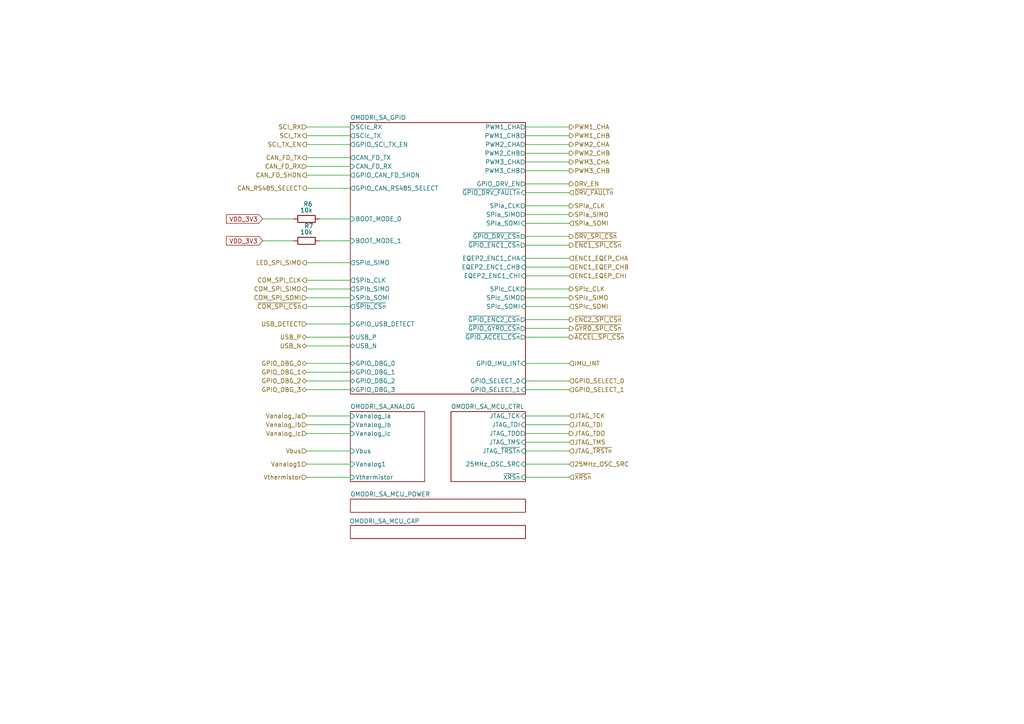
<source format=kicad_sch>
(kicad_sch (version 20231120) (generator "eeschema") (generator_version "8.0")
  (paper "A4")
  (title_block (title "Open MOtor DRiver Initiative  - Single Axis (OMODRI_SA)") (date "2024-03-20") (rev "1.0") (company "LAAS/CNRS"))
  (lib_symbols
    (symbol "Device:R" (pin_numbers hide) (pin_names (offset 0))
      (property "Reference" "R" (at 2.032 0 90))
      (property "Value" "R" (at 0 0 90))
      (symbol "R_0_1"
        (rectangle (start -1.016 -2.54) (end 1.016 2.54) (stroke (width 0.254)))
      )
      (symbol "R_1_1"
        (pin passive line (at 0 3.81 270) (length 1.27) (name "~") (number "1"))
        (pin passive line (at 0 -3.81 90) (length 1.27) (name "~") (number "2"))
      )
    )
  )
  (wire (pts (xy 152.4 110.49) (xy 165.1 110.49)))
  (wire (pts (xy 152.4 97.79) (xy 165.1 97.79)))
  (wire (pts (xy 88.9 45.72) (xy 101.6 45.72)))
  (wire (pts (xy 88.9 93.98) (xy 101.6 93.98)))
  (wire (pts (xy 152.4 71.12) (xy 165.1 71.12)))
  (wire (pts (xy 165.1 138.43) (xy 152.4 138.43)))
  (wire (pts (xy 152.4 53.34) (xy 165.1 53.34)))
  (wire (pts (xy 152.4 105.41) (xy 165.1 105.41)))
  (wire (pts (xy 88.9 36.83) (xy 101.6 36.83)))
  (wire (pts (xy 88.9 48.26) (xy 101.6 48.26)))
  (wire (pts (xy 152.4 62.23) (xy 165.1 62.23)))
  (wire (pts (xy 152.4 64.77) (xy 165.1 64.77)))
  (wire (pts (xy 165.1 128.27) (xy 152.4 128.27)))
  (wire (pts (xy 152.4 74.93) (xy 165.1 74.93)))
  (wire (pts (xy 152.4 77.47) (xy 165.1 77.47)))
  (wire (pts (xy 165.1 125.73) (xy 152.4 125.73)))
  (wire (pts (xy 101.6 125.73) (xy 88.9 125.73)))
  (wire (pts (xy 88.9 54.61) (xy 101.6 54.61)))
  (wire (pts (xy 88.9 88.9) (xy 101.6 88.9)))
  (wire (pts (xy 88.9 39.37) (xy 101.6 39.37)))
  (wire (pts (xy 92.71 63.5) (xy 101.6 63.5)))
  (wire (pts (xy 165.1 123.19) (xy 152.4 123.19)))
  (wire (pts (xy 88.9 97.79) (xy 101.6 97.79)))
  (wire (pts (xy 152.4 55.88) (xy 165.1 55.88)))
  (wire (pts (xy 101.6 120.65) (xy 88.9 120.65)))
  (wire (pts (xy 92.71 69.85) (xy 101.6 69.85)))
  (wire (pts (xy 88.9 110.49) (xy 101.6 110.49)))
  (wire (pts (xy 88.9 134.62) (xy 101.6 134.62)))
  (wire (pts (xy 165.1 120.65) (xy 152.4 120.65)))
  (wire (pts (xy 76.2 63.5) (xy 85.09 63.5)))
  (wire (pts (xy 152.4 86.36) (xy 165.1 86.36)))
  (wire (pts (xy 152.4 41.91) (xy 165.1 41.91)))
  (wire (pts (xy 88.9 138.43) (xy 101.6 138.43)))
  (wire (pts (xy 165.1 134.62) (xy 152.4 134.62)))
  (wire (pts (xy 88.9 105.41) (xy 101.6 105.41)))
  (wire (pts (xy 76.2 69.85) (xy 85.09 69.85)))
  (wire (pts (xy 152.4 49.53) (xy 165.1 49.53)))
  (wire (pts (xy 88.9 83.82) (xy 101.6 83.82)))
  (wire (pts (xy 152.4 113.03) (xy 165.1 113.03)))
  (wire (pts (xy 152.4 44.45) (xy 165.1 44.45)))
  (wire (pts (xy 152.4 68.58) (xy 165.1 68.58)))
  (wire (pts (xy 88.9 81.28) (xy 101.6 81.28)))
  (wire (pts (xy 152.4 83.82) (xy 165.1 83.82)))
  (wire (pts (xy 88.9 76.2) (xy 101.6 76.2)))
  (wire (pts (xy 88.9 50.8) (xy 101.6 50.8)))
  (wire (pts (xy 165.1 130.81) (xy 152.4 130.81)))
  (wire (pts (xy 152.4 95.25) (xy 165.1 95.25)))
  (wire (pts (xy 152.4 39.37) (xy 165.1 39.37)))
  (wire (pts (xy 88.9 41.91) (xy 101.6 41.91)))
  (wire (pts (xy 152.4 88.9) (xy 165.1 88.9)))
  (wire (pts (xy 88.9 100.33) (xy 101.6 100.33)))
  (wire (pts (xy 88.9 113.03) (xy 101.6 113.03)))
  (wire (pts (xy 88.9 123.19) (xy 101.6 123.19)))
  (wire (pts (xy 88.9 86.36) (xy 101.6 86.36)))
  (wire (pts (xy 152.4 46.99) (xy 165.1 46.99)))
  (wire (pts (xy 88.9 107.95) (xy 101.6 107.95)))
  (wire (pts (xy 152.4 59.69) (xy 165.1 59.69)))
  (wire (pts (xy 152.4 36.83) (xy 165.1 36.83)))
  (wire (pts (xy 152.4 80.01) (xy 165.1 80.01)))
  (wire (pts (xy 152.4 92.71) (xy 165.1 92.71)))
  (wire (pts (xy 101.6 130.81) (xy 88.9 130.81)))
  (global_label "VDD_3V3" (shape input) (at 76.2 69.85 180) (property "Intersheetrefs" "${INTERSHEET_REFS}" (effects (hide yes))) (property "Références Inter-Feuilles" "${INTERSHEET_REFS}" (effects (hide yes))))
  (global_label "VDD_3V3" (shape input) (at 76.2 63.5 180) (property "Intersheetrefs" "${INTERSHEET_REFS}" (effects (hide yes))) (property "Références Inter-Feuilles" "${INTERSHEET_REFS}" (effects (hide yes))))
  (hierarchical_label "SPIa_CLK" (shape output) (at 165.1 59.69 0))
  (hierarchical_label "25MHz_OSC_SRC" (shape input) (at 165.1 134.62 0))
  (hierarchical_label "COM_SPI_CLK" (shape output) (at 88.9 81.28 180))
  (hierarchical_label "GPIO_SELECT_1" (shape input) (at 165.1 113.03 0))
  (hierarchical_label "~{COM_SPI_CSn}" (shape output) (at 88.9 88.9 180))
  (hierarchical_label "SPIc_SOMI" (shape input) (at 165.1 88.9 0))
  (hierarchical_label "JTAG_TCK" (shape input) (at 165.1 120.65 0))
  (hierarchical_label "GPIO_DBG_3" (shape bidirectional) (at 88.9 113.03 180))
  (hierarchical_label "PWM1_CHA" (shape output) (at 165.1 36.83 0))
  (hierarchical_label "JTAG_TDO" (shape output) (at 165.1 125.73 0))
  (hierarchical_label "Vanalog_Ia" (shape input) (at 88.9 120.65 180))
  (hierarchical_label "~{XRSn}" (shape input) (at 165.1 138.43 0))
  (hierarchical_label "ENC1_EQEP_CHA" (shape input) (at 165.1 74.93 0))
  (hierarchical_label "Vanalog_Ib" (shape input) (at 88.9 123.19 180))
  (hierarchical_label "SCI_RX" (shape input) (at 88.9 36.83 180))
  (hierarchical_label "PWM3_CHA" (shape output) (at 165.1 46.99 0))
  (hierarchical_label "CAN_FD_RX" (shape input) (at 88.9 48.26 180))
  (hierarchical_label "SPIa_SOMI" (shape input) (at 165.1 64.77 0))
  (hierarchical_label "SPIa_SIMO" (shape output) (at 165.1 62.23 0))
  (hierarchical_label "Vanalog1" (shape input) (at 88.9 134.62 180))
  (hierarchical_label "PWM3_CHB" (shape output) (at 165.1 49.53 0))
  (hierarchical_label "GPIO_DBG_1" (shape bidirectional) (at 88.9 107.95 180))
  (hierarchical_label "Vanalog_Ic" (shape input) (at 88.9 125.73 180))
  (hierarchical_label "USB_DETECT" (shape input) (at 88.9 93.98 180))
  (hierarchical_label "Vthermistor" (shape input) (at 88.9 138.43 180))
  (hierarchical_label "~{ENC2_SPI_CSn}" (shape output) (at 165.1 92.71 0))
  (hierarchical_label "JTAG_TMS" (shape input) (at 165.1 128.27 0))
  (hierarchical_label "~{GYRO_SPI_CSn}" (shape output) (at 165.1 95.25 0))
  (hierarchical_label "~{DRV_FAULTn}" (shape input) (at 165.1 55.88 0))
  (hierarchical_label "ENC1_EQEP_CHI" (shape input) (at 165.1 80.01 0))
  (hierarchical_label "IMU_INT" (shape input) (at 165.1 105.41 0))
  (hierarchical_label "GPIO_DBG_2" (shape bidirectional) (at 88.9 110.49 180))
  (hierarchical_label "USB_P" (shape bidirectional) (at 88.9 97.79 180))
  (hierarchical_label "SPIc_CLK" (shape output) (at 165.1 83.82 0))
  (hierarchical_label "SCI_TX" (shape output) (at 88.9 39.37 180))
  (hierarchical_label "LED_SPI_SIMO" (shape output) (at 88.9 76.2 180))
  (hierarchical_label "Vbus" (shape input) (at 88.9 130.81 180))
  (hierarchical_label "JTAG_~{TRSTn}" (shape input) (at 165.1 130.81 0))
  (hierarchical_label "USB_N" (shape bidirectional) (at 88.9 100.33 180))
  (hierarchical_label "~{ACCEL_SPI_CSn}" (shape output) (at 165.1 97.79 0))
  (hierarchical_label "CAN_FD_SHDN" (shape output) (at 88.9 50.8 180))
  (hierarchical_label "~{DRV_SPI_CSn}" (shape output) (at 165.1 68.58 0))
  (hierarchical_label "COM_SPI_SIMO" (shape output) (at 88.9 83.82 180))
  (hierarchical_label "ENC1_EQEP_CHB" (shape input) (at 165.1 77.47 0))
  (hierarchical_label "PWM1_CHB" (shape output) (at 165.1 39.37 0))
  (hierarchical_label "GPIO_SELECT_0" (shape input) (at 165.1 110.49 0))
  (hierarchical_label "CAN_FD_TX" (shape output) (at 88.9 45.72 180))
  (hierarchical_label "GPIO_DBG_0" (shape bidirectional) (at 88.9 105.41 180))
  (hierarchical_label "SPIc_SIMO" (shape output) (at 165.1 86.36 0))
  (hierarchical_label "JTAG_TDI" (shape input) (at 165.1 123.19 0))
  (hierarchical_label "PWM2_CHB" (shape output) (at 165.1 44.45 0))
  (hierarchical_label "CAN_RS485_SELECT" (shape output) (at 88.9 54.61 180))
  (hierarchical_label "DRV_EN" (shape output) (at 165.1 53.34 0))
  (hierarchical_label "~{ENC1_SPI_CSn}" (shape output) (at 165.1 71.12 0))
  (hierarchical_label "PWM2_CHA" (shape output) (at 165.1 41.91 0))
  (hierarchical_label "SCI_TX_EN" (shape output) (at 88.9 41.91 180))
  (hierarchical_label "COM_SPI_SOMI" (shape input) (at 88.9 86.36 180))
  (symbol (lib_id "Device:R") (at 88.9 69.85 90) (unit 1)
    (property "Reference" "R7" (at 90.932 65.532 90) (effects (justify left)))
    (property "Value" "10k" (at 90.678 67.31 90) (effects (justify left)))
    (property "Footprint" "Resistor_SMD:R_0201_0603Metric" (effects (hide yes)))
    (property "Datasheet" "https://industrial.panasonic.com/sa/products/pt/general-purpose-chip-resistors/models/ERJ1GNF1002C" (effects (hide yes)))
    (property "Description" "0201, 10kΩ, 0.05W, ±1%, SMD  resistor" (effects (hide yes)))
    (property "DigiKey" "P122414CT-ND" (effects (hide yes)))
    (property "Farnell" "2302362" (effects (hide yes)))
    (property "Mouser" "667-ERJ-1GNF1002C" (effects (hide yes)))
    (property "Part No" "ERJ1GNF1002C" (effects (hide yes)))
    (property "RS" "176-3597" (effects (hide yes)))
    (property "LCSC" "C717002" (effects (hide yes)))
    (property "Manufacturer" "PANASONIC" (effects (hide yes)))
    (property "Assembling" "SMD" (effects (hide yes)))
  )
  (symbol (lib_id "Device:R") (at 88.9 63.5 90) (unit 1)
    (property "Reference" "R6" (at 90.678 59.182 90) (effects (justify left)))
    (property "Value" "10k" (at 90.678 60.96 90) (effects (justify left)))
    (property "Footprint" "Resistor_SMD:R_0201_0603Metric" (effects (hide yes)))
    (property "Datasheet" "https://industrial.panasonic.com/sa/products/pt/general-purpose-chip-resistors/models/ERJ1GNF1002C" (effects (hide yes)))
    (property "Description" "0201, 10kΩ, 0.05W, ±1%, SMD  resistor" (effects (hide yes)))
    (property "DigiKey" "P122414CT-ND" (effects (hide yes)))
    (property "Farnell" "2302362" (effects (hide yes)))
    (property "Mouser" "667-ERJ-1GNF1002C" (effects (hide yes)))
    (property "Part No" "ERJ1GNF1002C" (effects (hide yes)))
    (property "RS" "176-3597" (effects (hide yes)))
    (property "LCSC" "C717002" (effects (hide yes)))
    (property "Manufacturer" "PANASONIC" (effects (hide yes)))
    (property "Assembling" "SMD" (effects (hide yes)))
  )
  (sheet (at 130.81 119.38) (size 21.59 20.32) (stroke (width 0.1524))
    (property "Sheetname" "OMODRI_SA_MCU_CTRL" (at 130.81 118.6684 0) (effects (justify left bottom)))
    (property "Sheetfile" "OMODRI_mcu_ctrl.kicad_sch" (effects (hide yes)))
    (pin "JTAG_TMS" input (at 152.4 128.27 0))
    (pin "JTAG_TCK" input (at 152.4 120.65 0))
    (pin "JTAG_TDO" output (at 152.4 125.73 0))
    (pin "JTAG_~{TRSTn}" input (at 152.4 130.81 0))
    (pin "JTAG_TDI" input (at 152.4 123.19 0))
    (pin "25MHz_OSC_SRC" input (at 152.4 134.62 0))
    (pin "~{XRSn}" input (at 152.4 138.43 0))
  )
  (sheet (at 101.6 152.4) (size 50.8 3.81)
    (property "Sheetname" "OMODRI_SA_MCU_CAP" (at 101.346 151.892 0) (effects (justify left bottom)))
    (property "Sheetfile" "TMS320_Bypass_Cap.kicad_sch" (effects (hide yes)))
  )
  (sheet (at 101.6 119.38) (size 21.59 20.32)
    (property "Sheetname" "OMODRI_SA_ANALOG" (at 101.6 118.6684 0) (effects (justify left bottom)))
    (property "Sheetfile" "OMODRI_ANALOG.kicad_sch" (effects (hide yes)))
    (pin "Vthermistor" input (at 101.6 138.43 180))
    (pin "Vanalog_Ia" input (at 101.6 120.65 180))
    (pin "Vanalog_Ib" input (at 101.6 123.19 180))
    (pin "Vanalog_Ic" input (at 101.6 125.73 180))
    (pin "Vbus" input (at 101.6 130.81 180))
    (pin "Vanalog1" input (at 101.6 134.62 180))
  )
  (sheet (at 101.6 144.78) (size 50.8 3.81) (stroke (width 0.1524))
    (property "Sheetname" "OMODRI_SA_MCU_POWER" (at 101.6 144.0684 0) (effects (justify left bottom)))
    (property "Sheetfile" "OMODRI_mcu_power.kicad_sch" (effects (hide yes)))
  )
  (sheet (at 101.6 35.56) (size 50.8 78.74)
    (property "Sheetname" "OMODRI_SA_GPIO" (at 101.6 34.8484 0) (effects (justify left bottom)))
    (property "Sheetfile" "OMODRI_GPIO.kicad_sch" (effects (hide yes)))
    (pin "USB_N" bidirectional (at 101.6 100.33 180))
    (pin "USB_P" bidirectional (at 101.6 97.79 180))
    (pin "GPIO_SELECT_0" input (at 152.4 110.49 0))
    (pin "GPIO_SELECT_1" input (at 152.4 113.03 0))
    (pin "CAN_FD_TX" output (at 101.6 45.72 180))
    (pin "CAN_FD_RX" input (at 101.6 48.26 180))
    (pin "BOOT_MODE_1" input (at 101.6 69.85 180))
    (pin "BOOT_MODE_0" input (at 101.6 63.5 180))
    (pin "PWM1_CHA" output (at 152.4 36.83 0))
    (pin "PWM2_CHB" output (at 152.4 44.45 0))
    (pin "PWM2_CHA" output (at 152.4 41.91 0))
    (pin "PWM1_CHB" output (at 152.4 39.37 0))
    (pin "PWM3_CHA" output (at 152.4 46.99 0))
    (pin "PWM3_CHB" output (at 152.4 49.53 0))
    (pin "SPIa_SIMO" output (at 152.4 62.23 0))
    (pin "SPIa_SOMI" input (at 152.4 64.77 0))
    (pin "SPIa_CLK" output (at 152.4 59.69 0))
    (pin "SPIc_SOMI" input (at 152.4 88.9 0))
    (pin "SPIc_SIMO" output (at 152.4 86.36 0))
    (pin "SPIc_CLK" output (at 152.4 83.82 0))
    (pin "SPIb_SIMO" output (at 101.6 83.82 180))
    (pin "SPIb_CLK" output (at 101.6 81.28 180))
    (pin "~{SPIb_CSn}" output (at 101.6 88.9 180))
    (pin "SPIb_SOMI" input (at 101.6 86.36 180))
    (pin "SCIc_TX" output (at 101.6 39.37 180))
    (pin "SCIc_RX" input (at 101.6 36.83 180))
    (pin "~{GPIO_ENC2_CSn}" output (at 152.4 92.71 0))
    (pin "~{GPIO_ENC1_CSn}" output (at 152.4 71.12 0))
    (pin "~{GPIO_ACCEL_CSn}" output (at 152.4 97.79 0))
    (pin "GPIO_IMU_INT" input (at 152.4 105.41 0))
    (pin "~{GPIO_DRV_CSn}" output (at 152.4 68.58 0))
    (pin "SPId_SIMO" output (at 101.6 76.2 180))
    (pin "~{GPIO_DRV_FAULTn}" input (at 152.4 55.88 0))
    (pin "GPIO_SCI_TX_EN" output (at 101.6 41.91 180))
    (pin "EQEP2_ENC1_CHB" input (at 152.4 77.47 0))
    (pin "EQEP2_ENC1_CHA" input (at 152.4 74.93 0))
    (pin "EQEP2_ENC1_CHI" input (at 152.4 80.01 0))
    (pin "GPIO_CAN_RS485_SELECT" output (at 101.6 54.61 180))
    (pin "GPIO_CAN_FD_SHDN" output (at 101.6 50.8 180))
    (pin "~{GPIO_GYRO_CSn}" output (at 152.4 95.25 0))
    (pin "GPIO_USB_DETECT" input (at 101.6 93.98 180))
    (pin "GPIO_DRV_EN" output (at 152.4 53.34 0))
    (pin "GPIO_DBG_0" bidirectional (at 101.6 105.41 180))
    (pin "GPIO_DBG_3" bidirectional (at 101.6 113.03 180))
    (pin "GPIO_DBG_2" bidirectional (at 101.6 110.49 180))
    (pin "GPIO_DBG_1" bidirectional (at 101.6 107.95 180))
  )
)
</source>
